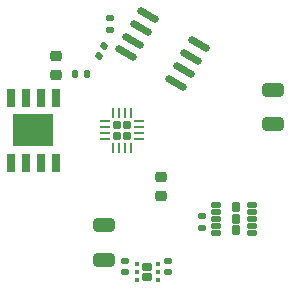
<source format=gbr>
%TF.GenerationSoftware,KiCad,Pcbnew,8.0.2*%
%TF.CreationDate,2024-10-23T20:02:11+03:00*%
%TF.ProjectId,PowerServo AE 36V 3.6A 30D,506f7765-7253-4657-9276-6f2041452033,rev?*%
%TF.SameCoordinates,Original*%
%TF.FileFunction,Paste,Bot*%
%TF.FilePolarity,Positive*%
%FSLAX46Y46*%
G04 Gerber Fmt 4.6, Leading zero omitted, Abs format (unit mm)*
G04 Created by KiCad (PCBNEW 8.0.2) date 2024-10-23 20:02:11*
%MOMM*%
%LPD*%
G01*
G04 APERTURE LIST*
G04 Aperture macros list*
%AMRoundRect*
0 Rectangle with rounded corners*
0 $1 Rounding radius*
0 $2 $3 $4 $5 $6 $7 $8 $9 X,Y pos of 4 corners*
0 Add a 4 corners polygon primitive as box body*
4,1,4,$2,$3,$4,$5,$6,$7,$8,$9,$2,$3,0*
0 Add four circle primitives for the rounded corners*
1,1,$1+$1,$2,$3*
1,1,$1+$1,$4,$5*
1,1,$1+$1,$6,$7*
1,1,$1+$1,$8,$9*
0 Add four rect primitives between the rounded corners*
20,1,$1+$1,$2,$3,$4,$5,0*
20,1,$1+$1,$4,$5,$6,$7,0*
20,1,$1+$1,$6,$7,$8,$9,0*
20,1,$1+$1,$8,$9,$2,$3,0*%
G04 Aperture macros list end*
%ADD10RoundRect,0.140000X-0.140000X-0.170000X0.140000X-0.170000X0.140000X0.170000X-0.140000X0.170000X0*%
%ADD11RoundRect,0.250000X0.650000X-0.325000X0.650000X0.325000X-0.650000X0.325000X-0.650000X-0.325000X0*%
%ADD12RoundRect,0.250000X-0.650000X0.325000X-0.650000X-0.325000X0.650000X-0.325000X0.650000X0.325000X0*%
%ADD13RoundRect,0.140000X0.170000X-0.140000X0.170000X0.140000X-0.170000X0.140000X-0.170000X-0.140000X0*%
%ADD14RoundRect,0.225000X-0.250000X0.225000X-0.250000X-0.225000X0.250000X-0.225000X0.250000X0.225000X0*%
%ADD15RoundRect,0.172500X-0.262500X-0.172500X0.262500X-0.172500X0.262500X0.172500X-0.262500X0.172500X0*%
%ADD16RoundRect,0.093750X-0.093750X-0.106250X0.093750X-0.106250X0.093750X0.106250X-0.093750X0.106250X0*%
%ADD17R,0.650000X1.525000*%
%ADD18R,3.400000X2.710000*%
%ADD19RoundRect,0.140000X0.077224X-0.206244X0.217224X0.036244X-0.077224X0.206244X-0.217224X-0.036244X0*%
%ADD20RoundRect,0.140000X-0.170000X0.140000X-0.170000X-0.140000X0.170000X-0.140000X0.170000X0.140000X0*%
%ADD21RoundRect,0.150000X0.789471X-0.282596X-0.639471X0.542404X-0.789471X0.282596X0.639471X-0.542404X0*%
%ADD22RoundRect,0.177500X0.177500X0.177500X-0.177500X0.177500X-0.177500X-0.177500X0.177500X-0.177500X0*%
%ADD23RoundRect,0.062500X0.325000X0.062500X-0.325000X0.062500X-0.325000X-0.062500X0.325000X-0.062500X0*%
%ADD24RoundRect,0.062500X0.062500X0.325000X-0.062500X0.325000X-0.062500X-0.325000X0.062500X-0.325000X0*%
%ADD25RoundRect,0.162500X0.162500X0.287500X-0.162500X0.287500X-0.162500X-0.287500X0.162500X-0.287500X0*%
%ADD26RoundRect,0.112500X0.287500X0.112500X-0.287500X0.112500X-0.287500X-0.112500X0.287500X-0.112500X0*%
G04 APERTURE END LIST*
D10*
%TO.C,C10*%
X89520000Y-68000000D03*
X90480000Y-68000000D03*
%TD*%
D11*
%TO.C,C7*%
X92000000Y-83724999D03*
X92000000Y-80775001D03*
%TD*%
D12*
%TO.C,C2*%
X106250000Y-69300000D03*
X106250000Y-72250000D03*
%TD*%
D13*
%TO.C,C6*%
X93750000Y-84780002D03*
X93750000Y-83820002D03*
%TD*%
D14*
%TO.C,C11*%
X87900000Y-66474999D03*
X87900000Y-68025001D03*
%TD*%
D15*
%TO.C,U2*%
X95612499Y-84350003D03*
X95612501Y-85149999D03*
D16*
X94725000Y-85400001D03*
X94725000Y-84750002D03*
X94725000Y-84100001D03*
X96500000Y-84100001D03*
X96500000Y-84750000D03*
X96500000Y-85400001D03*
%TD*%
D17*
%TO.C,IC1*%
X84064998Y-70050998D03*
X85334999Y-70050999D03*
X86604999Y-70050999D03*
X87874998Y-70050998D03*
X87875000Y-75475000D03*
X86604999Y-75474999D03*
X85334999Y-75474999D03*
X84065000Y-75475000D03*
D18*
X85969999Y-72762999D03*
%TD*%
D19*
%TO.C,C9*%
X91510000Y-66415692D03*
X91990000Y-65584308D03*
%TD*%
D20*
%TO.C,C1*%
X100250000Y-80020000D03*
X100250000Y-80980000D03*
%TD*%
D21*
%TO.C,U5*%
X99975003Y-65420443D03*
X99340003Y-66520295D03*
X98705003Y-67620147D03*
X98070000Y-68720000D03*
X93783177Y-66244999D03*
X94418177Y-65145147D03*
X95053177Y-64045295D03*
X95688180Y-62945442D03*
%TD*%
D22*
%TO.C,U4*%
X93940000Y-73190000D03*
X93940000Y-72310000D03*
X93060000Y-73190000D03*
X93060000Y-72310000D03*
D23*
X94962500Y-72000000D03*
X94962500Y-72500000D03*
X94962500Y-73000000D03*
X94962500Y-73500000D03*
D24*
X94250000Y-74212500D03*
X93750000Y-74212500D03*
X93250000Y-74212500D03*
X92750000Y-74212500D03*
D23*
X92037500Y-73500000D03*
X92037500Y-73000000D03*
X92037500Y-72500000D03*
X92037500Y-72000000D03*
D24*
X92750000Y-71287500D03*
X93250000Y-71287500D03*
X93750000Y-71287500D03*
X94250000Y-71287500D03*
%TD*%
D14*
%TO.C,C8*%
X96750000Y-76724999D03*
X96750000Y-78275001D03*
%TD*%
D20*
%TO.C,R2*%
X92500000Y-63270000D03*
X92500000Y-64230000D03*
%TD*%
D25*
%TO.C,U1*%
X103175003Y-80250000D03*
X103174999Y-81219996D03*
X103174999Y-79280000D03*
D26*
X104525000Y-79050000D03*
X104525001Y-79650000D03*
X104525000Y-80250000D03*
X104525000Y-80850002D03*
X104525000Y-81450000D03*
X101475000Y-81450000D03*
X101474999Y-80850000D03*
X101475000Y-80250000D03*
X101475000Y-79649998D03*
X101475000Y-79050000D03*
%TD*%
D20*
%TO.C,C5*%
X97407499Y-83820003D03*
X97407499Y-84780003D03*
%TD*%
M02*

</source>
